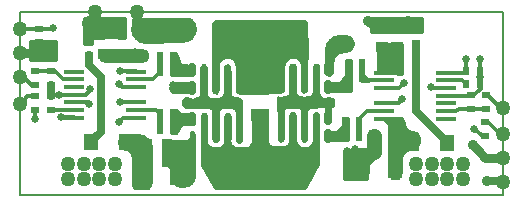
<source format=gbr>
G04 #@! TF.GenerationSoftware,KiCad,Pcbnew,(5.1.9)-1*
G04 #@! TF.CreationDate,2021-10-23T14:42:36-07:00*
G04 #@! TF.ProjectId,Buffer - Rev D,42756666-6572-4202-9d20-52657620442e,rev?*
G04 #@! TF.SameCoordinates,Original*
G04 #@! TF.FileFunction,Copper,L1,Top*
G04 #@! TF.FilePolarity,Positive*
%FSLAX46Y46*%
G04 Gerber Fmt 4.6, Leading zero omitted, Abs format (unit mm)*
G04 Created by KiCad (PCBNEW (5.1.9)-1) date 2021-10-23 14:42:36*
%MOMM*%
%LPD*%
G01*
G04 APERTURE LIST*
G04 #@! TA.AperFunction,Profile*
%ADD10C,0.200000*%
G04 #@! TD*
G04 #@! TA.AperFunction,SMDPad,CuDef*
%ADD11R,1.750000X0.300000*%
G04 #@! TD*
G04 #@! TA.AperFunction,SMDPad,CuDef*
%ADD12R,1.300000X1.400000*%
G04 #@! TD*
G04 #@! TA.AperFunction,ComponentPad*
%ADD13C,1.270000*%
G04 #@! TD*
G04 #@! TA.AperFunction,SMDPad,CuDef*
%ADD14R,1.000000X0.889000*%
G04 #@! TD*
G04 #@! TA.AperFunction,SMDPad,CuDef*
%ADD15R,0.711000X0.508000*%
G04 #@! TD*
G04 #@! TA.AperFunction,SMDPad,CuDef*
%ADD16R,1.500000X1.016000*%
G04 #@! TD*
G04 #@! TA.AperFunction,SMDPad,CuDef*
%ADD17R,1.193800X1.193800*%
G04 #@! TD*
G04 #@! TA.AperFunction,SMDPad,CuDef*
%ADD18R,0.889000X1.000000*%
G04 #@! TD*
G04 #@! TA.AperFunction,SMDPad,CuDef*
%ADD19R,0.508000X0.711000*%
G04 #@! TD*
G04 #@! TA.AperFunction,SMDPad,CuDef*
%ADD20C,0.400000*%
G04 #@! TD*
G04 #@! TA.AperFunction,ViaPad*
%ADD21C,0.635000*%
G04 #@! TD*
G04 #@! TA.AperFunction,ViaPad*
%ADD22C,0.889000*%
G04 #@! TD*
G04 #@! TA.AperFunction,Conductor*
%ADD23C,0.330200*%
G04 #@! TD*
G04 #@! TA.AperFunction,Conductor*
%ADD24C,0.635000*%
G04 #@! TD*
G04 #@! TA.AperFunction,Conductor*
%ADD25C,0.508000*%
G04 #@! TD*
G04 #@! TA.AperFunction,Conductor*
%ADD26C,0.762000*%
G04 #@! TD*
G04 #@! TA.AperFunction,Conductor*
%ADD27C,1.270000*%
G04 #@! TD*
G04 #@! TA.AperFunction,Conductor*
%ADD28C,0.152400*%
G04 #@! TD*
G04 #@! TA.AperFunction,Conductor*
%ADD29C,0.254000*%
G04 #@! TD*
G04 #@! TA.AperFunction,Conductor*
%ADD30C,0.500000*%
G04 #@! TD*
G04 APERTURE END LIST*
D10*
X126959360Y-92776040D02*
X126959360Y-108270040D01*
X167853360Y-92776040D02*
X126959360Y-92776040D01*
X167853360Y-108270040D02*
X167853360Y-92776040D01*
X126959360Y-108270040D02*
X167853360Y-108270040D01*
D11*
X136813360Y-97820040D03*
X131563360Y-97820040D03*
X131563360Y-98470040D03*
X131563360Y-99120040D03*
X131563360Y-99770040D03*
X131563360Y-100420040D03*
X131563360Y-101070040D03*
X131563360Y-101720040D03*
X136813360Y-98470040D03*
X136813360Y-99120040D03*
X136813360Y-100420040D03*
X136813360Y-101070040D03*
X136813360Y-101720040D03*
X157809660Y-101801840D03*
X163059660Y-101801840D03*
X163059660Y-101151840D03*
X163059660Y-100501840D03*
X163059660Y-99851840D03*
X163059660Y-99201840D03*
X163059660Y-98551840D03*
X163059660Y-97901840D03*
X157809660Y-101151840D03*
X157809660Y-100501840D03*
X157809660Y-99201840D03*
X157809660Y-98551840D03*
X157809660Y-97901840D03*
D12*
X133002360Y-103761540D03*
X135902360Y-103761540D03*
X163080360Y-103825040D03*
X160180360Y-103825040D03*
D13*
X148055560Y-95970040D03*
X146709360Y-95970040D03*
D14*
X157652545Y-94016099D03*
X157652545Y-95716099D03*
X135468360Y-96293040D03*
X135468360Y-94593040D03*
X158922545Y-94016099D03*
X158922545Y-95716099D03*
X134071360Y-96293040D03*
X134071360Y-94593040D03*
D15*
X128259360Y-99903040D03*
X128259360Y-101037040D03*
X166329360Y-103249040D03*
X166329360Y-102115040D03*
D16*
X147266660Y-99274340D03*
X147266660Y-101492340D03*
D17*
X140297360Y-106809540D03*
X137500360Y-106809540D03*
X155912360Y-106238040D03*
X158709360Y-106238040D03*
D13*
X136865360Y-92776040D03*
X145374360Y-95935140D03*
X145374360Y-94665140D03*
X149374860Y-95935140D03*
X148041360Y-94665140D03*
X149374860Y-94665140D03*
X146707860Y-94665140D03*
X148041360Y-106873040D03*
X149374860Y-106873040D03*
X135023860Y-106873040D03*
X164487860Y-106949240D03*
X163154360Y-106873040D03*
X160487360Y-105603040D03*
X160487360Y-106873040D03*
X163154360Y-105603040D03*
X161820860Y-105603040D03*
X161820860Y-106873040D03*
X164487860Y-105603040D03*
X167853360Y-100904040D03*
X146707860Y-106873040D03*
X145374360Y-106873040D03*
X149374860Y-105603040D03*
X148041360Y-105603040D03*
X146707860Y-105603040D03*
X145374360Y-105603040D03*
X133690360Y-105603040D03*
X132356860Y-105603040D03*
X135023860Y-105603040D03*
X133690360Y-106873040D03*
X132356860Y-106873040D03*
X131023360Y-105603040D03*
X131023360Y-106873040D03*
X133309360Y-92776040D03*
X126959360Y-94173040D03*
X167853360Y-105095040D03*
X167853360Y-103063040D03*
X126959360Y-100539040D03*
X167853360Y-107127040D03*
X126959360Y-96205040D03*
X126959360Y-98237040D03*
D15*
X128559360Y-95337040D03*
X128559360Y-94203040D03*
X129559360Y-97797040D03*
X129559360Y-98931040D03*
D18*
X139418921Y-104010794D03*
X137718921Y-104010794D03*
X139405053Y-105349040D03*
X137705053Y-105349040D03*
X156894160Y-103291640D03*
X158594160Y-103291640D03*
X156894160Y-104637840D03*
X158594160Y-104637840D03*
D15*
X165186360Y-99829040D03*
X165186360Y-100963040D03*
D19*
X165880360Y-97729040D03*
X164746360Y-97729040D03*
X139926360Y-97870040D03*
X138792360Y-97870040D03*
X139926360Y-102743040D03*
X138792360Y-102743040D03*
X154492360Y-103370040D03*
X155626360Y-103370040D03*
X154792360Y-98370040D03*
X155926360Y-98370040D03*
D20*
X145520553Y-103569998D03*
X144520553Y-103569998D03*
X143520553Y-103569998D03*
X142520553Y-103569998D03*
X141520553Y-103569998D03*
X145520553Y-103069998D03*
X144520553Y-103069998D03*
X143520553Y-103069998D03*
X142520553Y-103069998D03*
X141520553Y-103069998D03*
X145520553Y-102569998D03*
X144520553Y-102569998D03*
X143520553Y-102569998D03*
X142520553Y-102569998D03*
X145520553Y-102069998D03*
X144520553Y-102069998D03*
X143520553Y-102069998D03*
X142520553Y-102069998D03*
X141520553Y-102069998D03*
X145520553Y-101569998D03*
X144520553Y-101569998D03*
X143520553Y-101569998D03*
X142520553Y-101569998D03*
X141520553Y-101569998D03*
X145507853Y-99447698D03*
X144507853Y-99447698D03*
X143507853Y-99447698D03*
X142507853Y-99447698D03*
X141507853Y-99447698D03*
X145507853Y-98947698D03*
X144507853Y-98947698D03*
X143507853Y-98947698D03*
X142507853Y-98947698D03*
X141507853Y-98947698D03*
X145507853Y-98447698D03*
X144507853Y-98447698D03*
X143507853Y-98447698D03*
X142507853Y-98447698D03*
X145507853Y-97947698D03*
X144507853Y-97947698D03*
X143507853Y-97947698D03*
X142507853Y-97947698D03*
X141507853Y-97947698D03*
X145507853Y-97447698D03*
X144507853Y-97447698D03*
X143507853Y-97447698D03*
X142507853Y-97447698D03*
X141507853Y-97447698D03*
X149038560Y-101506498D03*
X150038560Y-101506498D03*
X151038560Y-101506498D03*
X152038560Y-101506498D03*
X153038560Y-101506498D03*
X149038560Y-102006498D03*
X150038560Y-102006498D03*
X151038560Y-102006498D03*
X152038560Y-102006498D03*
X153038560Y-102006498D03*
X149038560Y-102506498D03*
X150038560Y-102506498D03*
X151038560Y-102506498D03*
X152038560Y-102506498D03*
X149038560Y-103006498D03*
X150038560Y-103006498D03*
X151038560Y-103006498D03*
X152038560Y-103006498D03*
X153038560Y-103006498D03*
X149038560Y-103506498D03*
X150038560Y-103506498D03*
X151038560Y-103506498D03*
X152038560Y-103506498D03*
X153038560Y-103506498D03*
X149027153Y-97384198D03*
X150027153Y-97384198D03*
X151027153Y-97384198D03*
X152027153Y-97384198D03*
X153027153Y-97384198D03*
X149027153Y-97884198D03*
X150027153Y-97884198D03*
X151027153Y-97884198D03*
X152027153Y-97884198D03*
X153027153Y-97884198D03*
X149027153Y-98384198D03*
X150027153Y-98384198D03*
X151027153Y-98384198D03*
X152027153Y-98384198D03*
X149027153Y-98884198D03*
X150027153Y-98884198D03*
X151027153Y-98884198D03*
X152027153Y-98884198D03*
X153027153Y-98884198D03*
X149027153Y-99384198D03*
X150027153Y-99384198D03*
X151027153Y-99384198D03*
X152027153Y-99384198D03*
X153027153Y-99384198D03*
D19*
X165880360Y-98872040D03*
X164746360Y-98872040D03*
D15*
X128259360Y-98931040D03*
X128259360Y-97797040D03*
X129559360Y-99903040D03*
X129559360Y-101037040D03*
X132801360Y-95257040D03*
X132801360Y-96391040D03*
D19*
X138792360Y-96470040D03*
X139926360Y-96470040D03*
X138792360Y-101343040D03*
X139926360Y-101343040D03*
X154492360Y-101970040D03*
X155626360Y-101970040D03*
X154792360Y-97070040D03*
X155926360Y-97070040D03*
D15*
X160487360Y-94241040D03*
X160487360Y-95375040D03*
X166456360Y-100963040D03*
X166456360Y-99829040D03*
D21*
X165872160Y-96738440D03*
X130235960Y-99770040D03*
X129559360Y-99456240D03*
X165880360Y-98313240D03*
D22*
X165287960Y-104053640D03*
D21*
X128610360Y-96078040D03*
X129753360Y-96586040D03*
X128991360Y-96586040D03*
X129372360Y-96078040D03*
X132908280Y-99253040D03*
X136839960Y-106517440D03*
X136814560Y-107482640D03*
X135442960Y-100396040D03*
D22*
X150225760Y-100396040D03*
X153121360Y-100396040D03*
X152156160Y-100396040D03*
X151190960Y-100396040D03*
X149260560Y-100396040D03*
D21*
X155343860Y-104396540D03*
X154683460Y-104561640D03*
X159344360Y-100142040D03*
X154632660Y-105260140D03*
D22*
X166507160Y-107076240D03*
D21*
X129727960Y-94147640D03*
X130413760Y-101691440D03*
X164754560Y-96763840D03*
D22*
X159776160Y-93525340D03*
D21*
X135392160Y-97805240D03*
X135097520Y-94294960D03*
X134777480Y-93746320D03*
X134447280Y-94294960D03*
D22*
X156459360Y-93520040D03*
D21*
X159471360Y-98745040D03*
D22*
X143278860Y-100446840D03*
X141348460Y-100446840D03*
X145209260Y-100446840D03*
X144244060Y-100446840D03*
X142313660Y-100446840D03*
D21*
X140815060Y-105285540D03*
X141437360Y-105501440D03*
X140903960Y-105958640D03*
X135366762Y-102072440D03*
X139459275Y-94363540D03*
X140116560Y-94350840D03*
X140776960Y-94350840D03*
X157652545Y-96478099D03*
X158455360Y-96478099D03*
X154073860Y-95062040D03*
X154391360Y-95697040D03*
X153438860Y-95316040D03*
X135341360Y-98872040D03*
X140573760Y-99011740D03*
X139913360Y-98986340D03*
X138808460Y-94350840D03*
X138160760Y-94350840D03*
X136700260Y-96192340D03*
X137220960Y-96687640D03*
X128229360Y-101793040D03*
X132801357Y-100523037D03*
X165440360Y-102682040D03*
X161757360Y-99126040D03*
D23*
X129660860Y-98931040D02*
X129559360Y-99456240D01*
X129559360Y-98931040D02*
X129660860Y-98931040D01*
D24*
X129559360Y-98931040D02*
X129559360Y-99903039D01*
D25*
X165880360Y-97729040D02*
X165880360Y-98313240D01*
D23*
X165872160Y-97720840D02*
X165880360Y-97729040D01*
X165872160Y-96738440D02*
X165872160Y-97720840D01*
X165163560Y-99851840D02*
X165186360Y-99829040D01*
X163059660Y-99851840D02*
X164424360Y-99851840D01*
X165186360Y-99829040D02*
X165270760Y-99829040D01*
X165186360Y-99829040D02*
X165397760Y-99829040D01*
X165880360Y-99346440D02*
X165643560Y-99583240D01*
X165880360Y-98872040D02*
X165880360Y-99346440D01*
X165397760Y-99829040D02*
X165643560Y-99583240D01*
X165643560Y-99583240D02*
X165973760Y-99253040D01*
X164424360Y-99851840D02*
X165163560Y-99851840D01*
X130049160Y-99770040D02*
X130235960Y-99770040D01*
X130235960Y-99770040D02*
X131563360Y-99770040D01*
X129559360Y-99456240D02*
X129728860Y-98999040D01*
D25*
X165880360Y-98313240D02*
X165880360Y-98872040D01*
D26*
X166329360Y-105095040D02*
X165732459Y-104498139D01*
X165732459Y-104498139D02*
X165287960Y-104053640D01*
X167219950Y-105095040D02*
X166329360Y-105095040D01*
D23*
X129559360Y-99903039D02*
X129726767Y-99735632D01*
D26*
X127981755Y-96332040D02*
X127592770Y-96205040D01*
X128610372Y-96332040D02*
X127981755Y-96332040D01*
X128559360Y-96281028D02*
X128610372Y-96332040D01*
X127981755Y-96332040D02*
X128737359Y-96332040D01*
X128610372Y-96332040D02*
X128737359Y-96332040D01*
X128737359Y-96332040D02*
X128864360Y-96459041D01*
X128864360Y-96459041D02*
X128864360Y-96459050D01*
D23*
X132908280Y-99400120D02*
X132908280Y-99253040D01*
X131563360Y-99770040D02*
X132538360Y-99770040D01*
X132538360Y-99770040D02*
X132908280Y-99400120D01*
X136812960Y-100421440D02*
X136813360Y-100421840D01*
X135493760Y-103352940D02*
X135902360Y-103761540D01*
X135466960Y-100420040D02*
X135442960Y-100396040D01*
X136813360Y-100420040D02*
X135466960Y-100420040D01*
X133002360Y-104015540D02*
X133002360Y-103965540D01*
D24*
X133002360Y-103711540D02*
X133002360Y-103761540D01*
X133817360Y-102896540D02*
X133002360Y-103711540D01*
X133817360Y-98296040D02*
X133817360Y-102896540D01*
X132801360Y-96391040D02*
X132801360Y-97280040D01*
X132801360Y-97280040D02*
X133817360Y-98296040D01*
X141520553Y-101569998D02*
X141520553Y-102069998D01*
X163080360Y-103775040D02*
X163080360Y-103825040D01*
X160487360Y-95443040D02*
X160487360Y-101182040D01*
X160487360Y-101182040D02*
X163080360Y-103775040D01*
D26*
X156690960Y-104841040D02*
X156169360Y-105196640D01*
D24*
X153038560Y-101506498D02*
X153038560Y-102006498D01*
D27*
X156894160Y-103291640D02*
X156894160Y-104637840D01*
D23*
X156690960Y-104841040D02*
X157070071Y-104908496D01*
X156166360Y-105365640D02*
X156690960Y-104841040D01*
X156166360Y-105365640D02*
X156166360Y-105365640D01*
D27*
X156728160Y-104637840D02*
X156169360Y-105196640D01*
X156894160Y-104637840D02*
X156728160Y-104637840D01*
X155912360Y-105453640D02*
X156169360Y-105196640D01*
X155912360Y-106238040D02*
X155912360Y-105453640D01*
D23*
X159014860Y-100501840D02*
X159344360Y-100172340D01*
X159344360Y-100172340D02*
X159344360Y-100142040D01*
X157809660Y-100501840D02*
X159014860Y-100501840D01*
D26*
X156169360Y-105196640D02*
X156894160Y-104637840D01*
D23*
X127385070Y-94164840D02*
X127376870Y-94173040D01*
D28*
X127317970Y-94203040D02*
X127287970Y-94173040D01*
D23*
X128559360Y-94203040D02*
X127317970Y-94203040D01*
X129672560Y-94203040D02*
X129727960Y-94147640D01*
X128559360Y-94203040D02*
X129672560Y-94203040D01*
X131534760Y-101691440D02*
X131563360Y-101720040D01*
X130413760Y-101691440D02*
X131534760Y-101691440D01*
X164754560Y-97720840D02*
X164746360Y-97729040D01*
X164754560Y-96763840D02*
X164754560Y-97720840D01*
X164573560Y-97901840D02*
X164746360Y-97729040D01*
X163059660Y-97901840D02*
X164573560Y-97901840D01*
D24*
X166507160Y-107076240D02*
X167283450Y-107076240D01*
D23*
X157185360Y-93538040D02*
X157185360Y-93538040D01*
D26*
X135468360Y-94593040D02*
X134630160Y-94593040D01*
D27*
X133309360Y-93792040D02*
X133309360Y-93663450D01*
X132870950Y-93663450D02*
X133309360Y-93663450D01*
X132801360Y-93733040D02*
X132870950Y-93663450D01*
D23*
X136798560Y-97805240D02*
X136813360Y-97820040D01*
X135392160Y-97805240D02*
X136798560Y-97805240D01*
D26*
X134630160Y-94593040D02*
X134071360Y-94593040D01*
D23*
X157185360Y-93538046D02*
X157312354Y-93665040D01*
X157185360Y-93411040D02*
X157185360Y-93538046D01*
D26*
X156955419Y-94016099D02*
X156903859Y-93964539D01*
X156903859Y-93964539D02*
X156459360Y-93520040D01*
X157652545Y-94016099D02*
X156955419Y-94016099D01*
D23*
X159014860Y-99201840D02*
X159471360Y-98745340D01*
X159471360Y-98745340D02*
X159471360Y-98745040D01*
X157809660Y-99201840D02*
X159014860Y-99201840D01*
X136813360Y-101721840D02*
X135717362Y-101721840D01*
X135684261Y-101754941D02*
X135366762Y-102072440D01*
X135717362Y-101721840D02*
X135684261Y-101754941D01*
X128259360Y-98931040D02*
X127907360Y-98931040D01*
X127376870Y-98400550D02*
X127376870Y-98237040D01*
X127907360Y-98931040D02*
X127376870Y-98400550D01*
D24*
X141507853Y-97447698D02*
X141507853Y-97947698D01*
D25*
X154492360Y-101970040D02*
X154492360Y-103370040D01*
D24*
X153038560Y-103006498D02*
X153038560Y-103506498D01*
D23*
X158594160Y-102586340D02*
X157809660Y-101801840D01*
X158594160Y-103291640D02*
X158594160Y-102586340D01*
D25*
X138792360Y-101343040D02*
X138792360Y-102743040D01*
D23*
X138519360Y-101070040D02*
X138792360Y-101343040D01*
X136813360Y-101070040D02*
X138519360Y-101070040D01*
X138190560Y-98471840D02*
X138792360Y-97870040D01*
X136813360Y-98471840D02*
X138190560Y-98471840D01*
D25*
X138792360Y-96470040D02*
X138792360Y-97870040D01*
D23*
X157809660Y-101151840D02*
X156576418Y-101151840D01*
X156347918Y-101151840D02*
X157809660Y-101151840D01*
X155593360Y-102007898D02*
X155593360Y-101906398D01*
X155593360Y-101906398D02*
X156347918Y-101151840D01*
D25*
X155626360Y-101970040D02*
X155626360Y-103370040D01*
D23*
X155847360Y-97157540D02*
X155910860Y-97094040D01*
X156035160Y-98551840D02*
X155847360Y-98364040D01*
X157809660Y-98551840D02*
X156035160Y-98551840D01*
D25*
X155910860Y-97094040D02*
X155910860Y-98300540D01*
D24*
X141507853Y-98947698D02*
X141507853Y-99447698D01*
X153027153Y-97384198D02*
X153027153Y-97884198D01*
D26*
X134071360Y-96293040D02*
X135468360Y-96293040D01*
X157652545Y-96478099D02*
X157652545Y-96478099D01*
D23*
X157809660Y-96635214D02*
X157652545Y-96478099D01*
D26*
X135468360Y-96293040D02*
X135523860Y-96293040D01*
X136794240Y-93632588D02*
X136794240Y-94081600D01*
X136794240Y-93480570D02*
X136794240Y-93632588D01*
X136865360Y-93409450D02*
X136794240Y-93480570D01*
X136794240Y-94530612D02*
X136794240Y-94081600D01*
X136853228Y-94589600D02*
X136794240Y-94530612D01*
X136865360Y-94589600D02*
X136853228Y-94589600D01*
X158201360Y-96478099D02*
X158455360Y-96478099D01*
X157652545Y-96478099D02*
X158201360Y-96478099D01*
D25*
X158455360Y-96478099D02*
X158455360Y-97256140D01*
D23*
X135589360Y-99120040D02*
X135341360Y-98872040D01*
X136813360Y-99120040D02*
X135589360Y-99120040D01*
D26*
X135468360Y-96293040D02*
X135468360Y-96293040D01*
D23*
X166557860Y-99829040D02*
X167435850Y-100707030D01*
X166456360Y-99829040D02*
X166557860Y-99829040D01*
X128259360Y-101037040D02*
X128259360Y-101763040D01*
X128259360Y-101763040D02*
X128229360Y-101793040D01*
X131563360Y-100420040D02*
X132768560Y-100420040D01*
X132801357Y-100452837D02*
X132801357Y-100523037D01*
X132768560Y-100420040D02*
X132801357Y-100452837D01*
X129948360Y-97797040D02*
X129559360Y-97797040D01*
X131563360Y-98470040D02*
X130621360Y-98470040D01*
X130621360Y-98470040D02*
X129948360Y-97797040D01*
X128259360Y-97797040D02*
X129559360Y-97797040D01*
X131530361Y-101037041D02*
X131563360Y-101070040D01*
X129559360Y-101037041D02*
X131530361Y-101037041D01*
X165186360Y-100963040D02*
X166456360Y-100963040D01*
X164105160Y-100963040D02*
X163916360Y-101151840D01*
X165186360Y-100963040D02*
X164105160Y-100963040D01*
X163059660Y-101151840D02*
X163916360Y-101151840D01*
X166329360Y-103249040D02*
X166134360Y-103249040D01*
X166134360Y-103249040D02*
X165440360Y-102682040D01*
X165567360Y-102682040D02*
X165440360Y-102682040D01*
X165440360Y-102682040D02*
X165567360Y-102682040D01*
X161833160Y-99201840D02*
X161757360Y-99126040D01*
X163059660Y-99201840D02*
X161833160Y-99201840D01*
X166329360Y-102115040D02*
X166600560Y-102115040D01*
X166600560Y-102115040D02*
X167435850Y-102950330D01*
X128157860Y-99903040D02*
X128142860Y-99888040D01*
X128259360Y-99903040D02*
X128157860Y-99903040D01*
X128142860Y-99888040D02*
X127594360Y-99888040D01*
X127376870Y-100121530D02*
X127376870Y-100539040D01*
X127594360Y-99904040D02*
X127376870Y-100121530D01*
X127594360Y-99888040D02*
X127594360Y-99904040D01*
X164426160Y-98551840D02*
X163059660Y-98551840D01*
X164746360Y-98872040D02*
X164426160Y-98551840D01*
D24*
X153027153Y-98884198D02*
X153027153Y-99384198D01*
D29*
X147790017Y-101182475D02*
X147853912Y-101333844D01*
X147875215Y-103709067D01*
X147877877Y-103733821D01*
X147883457Y-103752947D01*
X147961357Y-103958436D01*
X147972421Y-103980738D01*
X147984275Y-103996751D01*
X148066500Y-104091311D01*
X148084599Y-104108406D01*
X148109678Y-104123546D01*
X148349266Y-104232709D01*
X148372825Y-104240762D01*
X148401923Y-104244140D01*
X149286334Y-104244140D01*
X149311110Y-104241700D01*
X149337367Y-104233435D01*
X149571025Y-104130900D01*
X149592733Y-104118710D01*
X149613455Y-104100591D01*
X149727381Y-103976759D01*
X149742360Y-103956873D01*
X149752237Y-103936920D01*
X149836079Y-103721954D01*
X149842809Y-103697985D01*
X149844760Y-103675807D01*
X149844760Y-103483158D01*
X149844759Y-103482721D01*
X149844752Y-103480685D01*
X149844750Y-103480308D01*
X149832451Y-101561594D01*
X149846005Y-101494471D01*
X149852215Y-101479979D01*
X149863642Y-101456683D01*
X149884285Y-101419526D01*
X149929877Y-101368459D01*
X149986567Y-101340664D01*
X150062444Y-101337093D01*
X150129132Y-101366909D01*
X150181646Y-101422421D01*
X150185089Y-101427587D01*
X150209525Y-101493266D01*
X150211063Y-101505567D01*
X150213024Y-101537456D01*
X150210119Y-103481128D01*
X150210120Y-103481881D01*
X150210137Y-103485714D01*
X150210143Y-103486495D01*
X150211727Y-103636181D01*
X150214429Y-103660930D01*
X150221271Y-103683156D01*
X150310820Y-103900824D01*
X150322503Y-103922809D01*
X150337096Y-103940916D01*
X150561737Y-104172577D01*
X150580737Y-104188665D01*
X150603408Y-104201121D01*
X150831341Y-104297595D01*
X150855109Y-104305005D01*
X150880843Y-104307640D01*
X151231003Y-104307640D01*
X151255779Y-104305200D01*
X151285388Y-104295406D01*
X151531120Y-104178959D01*
X151552465Y-104166144D01*
X151575028Y-104144614D01*
X151756233Y-103923141D01*
X151770033Y-103902420D01*
X151776499Y-103888249D01*
X151847908Y-103702298D01*
X151854512Y-103678293D01*
X151856205Y-103662810D01*
X151863557Y-103508428D01*
X151863665Y-103505405D01*
X151864024Y-103490303D01*
X151864060Y-103487285D01*
X151864060Y-102013010D01*
X151864050Y-102011387D01*
X151863946Y-102003248D01*
X151863914Y-102001616D01*
X151852751Y-101566266D01*
X151861437Y-101497875D01*
X151882024Y-101448176D01*
X151890885Y-101432226D01*
X151936477Y-101381159D01*
X151993167Y-101353364D01*
X152069044Y-101349793D01*
X152135732Y-101379609D01*
X152188246Y-101435121D01*
X152191689Y-101440287D01*
X152216125Y-101505966D01*
X152217625Y-101517964D01*
X152219585Y-101550265D01*
X152207244Y-105511832D01*
X152179554Y-105626160D01*
X151114015Y-107712840D01*
X143596543Y-107712840D01*
X143472386Y-107639999D01*
X142385558Y-105754686D01*
X142351760Y-105628382D01*
X142351760Y-102076343D01*
X142351750Y-102074720D01*
X142351646Y-102066581D01*
X142351614Y-102064949D01*
X142340451Y-101629599D01*
X142349137Y-101561208D01*
X142369724Y-101511509D01*
X142378585Y-101495559D01*
X142424177Y-101444492D01*
X142480867Y-101416697D01*
X142556744Y-101413126D01*
X142623432Y-101442942D01*
X142675946Y-101498454D01*
X142679389Y-101503620D01*
X142703825Y-101569299D01*
X142705397Y-101581878D01*
X142707360Y-101613397D01*
X142707360Y-103496215D01*
X142707441Y-103500743D01*
X142708248Y-103523364D01*
X142708490Y-103527885D01*
X142724907Y-103757719D01*
X142729106Y-103782258D01*
X142735526Y-103800241D01*
X142823178Y-103997499D01*
X142835469Y-104019150D01*
X142847620Y-104033880D01*
X142979228Y-104170971D01*
X142998147Y-104187154D01*
X143021049Y-104199850D01*
X143250089Y-104297471D01*
X143273838Y-104304940D01*
X143299884Y-104307640D01*
X143782489Y-104307640D01*
X143807265Y-104305200D01*
X143834968Y-104296290D01*
X144073911Y-104187865D01*
X144095464Y-104175405D01*
X144117009Y-104155845D01*
X144222354Y-104035451D01*
X144236833Y-104015198D01*
X144243203Y-104002556D01*
X144320075Y-103826150D01*
X144327736Y-103802461D01*
X144329975Y-103788483D01*
X144347045Y-103623469D01*
X144347718Y-103609922D01*
X144347587Y-103575210D01*
X144347137Y-103567380D01*
X144347272Y-103567372D01*
X144345530Y-103537637D01*
X144333307Y-101630885D01*
X144342705Y-101562177D01*
X144363624Y-101511676D01*
X144372485Y-101495726D01*
X144418077Y-101444659D01*
X144474767Y-101416864D01*
X144550644Y-101413293D01*
X144617332Y-101443109D01*
X144669846Y-101498621D01*
X144673289Y-101503787D01*
X144697725Y-101569466D01*
X144699297Y-101582045D01*
X144701260Y-101613564D01*
X144701260Y-103511834D01*
X144699706Y-103539898D01*
X144694318Y-103588390D01*
X144693541Y-103602165D01*
X144693406Y-103671050D01*
X144694129Y-103684828D01*
X144707032Y-103805258D01*
X144713129Y-103832786D01*
X144758421Y-103965363D01*
X144770440Y-103990866D01*
X144844137Y-104110625D01*
X144859201Y-104130447D01*
X144877842Y-104146950D01*
X144889777Y-104154609D01*
X145156906Y-104305691D01*
X145179673Y-104315765D01*
X145203968Y-104321203D01*
X145218118Y-104322140D01*
X146105948Y-104331293D01*
X146130748Y-104329109D01*
X146165719Y-104317044D01*
X146430362Y-104179816D01*
X146451234Y-104166244D01*
X146476448Y-104139174D01*
X146578919Y-103990591D01*
X146590977Y-103968809D01*
X146595544Y-103956518D01*
X146651671Y-103777680D01*
X146656761Y-103753310D01*
X146657497Y-103740218D01*
X146668236Y-101334776D01*
X146731780Y-101182807D01*
X146884035Y-101119940D01*
X147638082Y-101119940D01*
X147790017Y-101182475D01*
G04 #@! TA.AperFunction,Conductor*
D30*
G36*
X147790017Y-101182475D02*
G01*
X147853912Y-101333844D01*
X147875215Y-103709067D01*
X147877877Y-103733821D01*
X147883457Y-103752947D01*
X147961357Y-103958436D01*
X147972421Y-103980738D01*
X147984275Y-103996751D01*
X148066500Y-104091311D01*
X148084599Y-104108406D01*
X148109678Y-104123546D01*
X148349266Y-104232709D01*
X148372825Y-104240762D01*
X148401923Y-104244140D01*
X149286334Y-104244140D01*
X149311110Y-104241700D01*
X149337367Y-104233435D01*
X149571025Y-104130900D01*
X149592733Y-104118710D01*
X149613455Y-104100591D01*
X149727381Y-103976759D01*
X149742360Y-103956873D01*
X149752237Y-103936920D01*
X149836079Y-103721954D01*
X149842809Y-103697985D01*
X149844760Y-103675807D01*
X149844760Y-103483158D01*
X149844759Y-103482721D01*
X149844752Y-103480685D01*
X149844750Y-103480308D01*
X149832451Y-101561594D01*
X149846005Y-101494471D01*
X149852215Y-101479979D01*
X149863642Y-101456683D01*
X149884285Y-101419526D01*
X149929877Y-101368459D01*
X149986567Y-101340664D01*
X150062444Y-101337093D01*
X150129132Y-101366909D01*
X150181646Y-101422421D01*
X150185089Y-101427587D01*
X150209525Y-101493266D01*
X150211063Y-101505567D01*
X150213024Y-101537456D01*
X150210119Y-103481128D01*
X150210120Y-103481881D01*
X150210137Y-103485714D01*
X150210143Y-103486495D01*
X150211727Y-103636181D01*
X150214429Y-103660930D01*
X150221271Y-103683156D01*
X150310820Y-103900824D01*
X150322503Y-103922809D01*
X150337096Y-103940916D01*
X150561737Y-104172577D01*
X150580737Y-104188665D01*
X150603408Y-104201121D01*
X150831341Y-104297595D01*
X150855109Y-104305005D01*
X150880843Y-104307640D01*
X151231003Y-104307640D01*
X151255779Y-104305200D01*
X151285388Y-104295406D01*
X151531120Y-104178959D01*
X151552465Y-104166144D01*
X151575028Y-104144614D01*
X151756233Y-103923141D01*
X151770033Y-103902420D01*
X151776499Y-103888249D01*
X151847908Y-103702298D01*
X151854512Y-103678293D01*
X151856205Y-103662810D01*
X151863557Y-103508428D01*
X151863665Y-103505405D01*
X151864024Y-103490303D01*
X151864060Y-103487285D01*
X151864060Y-102013010D01*
X151864050Y-102011387D01*
X151863946Y-102003248D01*
X151863914Y-102001616D01*
X151852751Y-101566266D01*
X151861437Y-101497875D01*
X151882024Y-101448176D01*
X151890885Y-101432226D01*
X151936477Y-101381159D01*
X151993167Y-101353364D01*
X152069044Y-101349793D01*
X152135732Y-101379609D01*
X152188246Y-101435121D01*
X152191689Y-101440287D01*
X152216125Y-101505966D01*
X152217625Y-101517964D01*
X152219585Y-101550265D01*
X152207244Y-105511832D01*
X152179554Y-105626160D01*
X151114015Y-107712840D01*
X143596543Y-107712840D01*
X143472386Y-107639999D01*
X142385558Y-105754686D01*
X142351760Y-105628382D01*
X142351760Y-102076343D01*
X142351750Y-102074720D01*
X142351646Y-102066581D01*
X142351614Y-102064949D01*
X142340451Y-101629599D01*
X142349137Y-101561208D01*
X142369724Y-101511509D01*
X142378585Y-101495559D01*
X142424177Y-101444492D01*
X142480867Y-101416697D01*
X142556744Y-101413126D01*
X142623432Y-101442942D01*
X142675946Y-101498454D01*
X142679389Y-101503620D01*
X142703825Y-101569299D01*
X142705397Y-101581878D01*
X142707360Y-101613397D01*
X142707360Y-103496215D01*
X142707441Y-103500743D01*
X142708248Y-103523364D01*
X142708490Y-103527885D01*
X142724907Y-103757719D01*
X142729106Y-103782258D01*
X142735526Y-103800241D01*
X142823178Y-103997499D01*
X142835469Y-104019150D01*
X142847620Y-104033880D01*
X142979228Y-104170971D01*
X142998147Y-104187154D01*
X143021049Y-104199850D01*
X143250089Y-104297471D01*
X143273838Y-104304940D01*
X143299884Y-104307640D01*
X143782489Y-104307640D01*
X143807265Y-104305200D01*
X143834968Y-104296290D01*
X144073911Y-104187865D01*
X144095464Y-104175405D01*
X144117009Y-104155845D01*
X144222354Y-104035451D01*
X144236833Y-104015198D01*
X144243203Y-104002556D01*
X144320075Y-103826150D01*
X144327736Y-103802461D01*
X144329975Y-103788483D01*
X144347045Y-103623469D01*
X144347718Y-103609922D01*
X144347587Y-103575210D01*
X144347137Y-103567380D01*
X144347272Y-103567372D01*
X144345530Y-103537637D01*
X144333307Y-101630885D01*
X144342705Y-101562177D01*
X144363624Y-101511676D01*
X144372485Y-101495726D01*
X144418077Y-101444659D01*
X144474767Y-101416864D01*
X144550644Y-101413293D01*
X144617332Y-101443109D01*
X144669846Y-101498621D01*
X144673289Y-101503787D01*
X144697725Y-101569466D01*
X144699297Y-101582045D01*
X144701260Y-101613564D01*
X144701260Y-103511834D01*
X144699706Y-103539898D01*
X144694318Y-103588390D01*
X144693541Y-103602165D01*
X144693406Y-103671050D01*
X144694129Y-103684828D01*
X144707032Y-103805258D01*
X144713129Y-103832786D01*
X144758421Y-103965363D01*
X144770440Y-103990866D01*
X144844137Y-104110625D01*
X144859201Y-104130447D01*
X144877842Y-104146950D01*
X144889777Y-104154609D01*
X145156906Y-104305691D01*
X145179673Y-104315765D01*
X145203968Y-104321203D01*
X145218118Y-104322140D01*
X146105948Y-104331293D01*
X146130748Y-104329109D01*
X146165719Y-104317044D01*
X146430362Y-104179816D01*
X146451234Y-104166244D01*
X146476448Y-104139174D01*
X146578919Y-103990591D01*
X146590977Y-103968809D01*
X146595544Y-103956518D01*
X146651671Y-103777680D01*
X146656761Y-103753310D01*
X146657497Y-103740218D01*
X146668236Y-101334776D01*
X146731780Y-101182807D01*
X146884035Y-101119940D01*
X147638082Y-101119940D01*
X147790017Y-101182475D01*
G37*
G04 #@! TD.AperFunction*
D29*
X151154298Y-93600917D02*
X151217832Y-93752910D01*
X151227618Y-96024446D01*
X151227615Y-96027330D01*
X151216371Y-97587229D01*
X151216369Y-97587700D01*
X151216361Y-97589988D01*
X151216360Y-97590432D01*
X151216360Y-99333535D01*
X151214806Y-99361594D01*
X151208892Y-99414819D01*
X151199649Y-99456903D01*
X151176604Y-99494190D01*
X151176454Y-99494340D01*
X151102150Y-99494340D01*
X150930794Y-99528425D01*
X150901993Y-99506427D01*
X150881596Y-99478127D01*
X150864711Y-99424074D01*
X150863312Y-99414278D01*
X150860760Y-99378376D01*
X150860760Y-97923411D01*
X150860751Y-97921869D01*
X150860657Y-97914128D01*
X150860628Y-97912573D01*
X150848528Y-97416501D01*
X150848056Y-97408225D01*
X150844345Y-97366952D01*
X150843332Y-97358719D01*
X150799574Y-97078673D01*
X150793338Y-97054570D01*
X150786722Y-97039588D01*
X150692907Y-96859563D01*
X150679293Y-96838718D01*
X150668234Y-96826638D01*
X150516764Y-96681226D01*
X150497200Y-96665828D01*
X150477720Y-96655637D01*
X150265979Y-96567281D01*
X150242173Y-96559992D01*
X150220326Y-96557528D01*
X149963183Y-96550935D01*
X149938352Y-96552739D01*
X149919684Y-96557438D01*
X149714253Y-96626073D01*
X149691526Y-96636239D01*
X149675580Y-96647024D01*
X149483459Y-96799396D01*
X149465563Y-96816704D01*
X149455299Y-96830610D01*
X149343832Y-97005389D01*
X149332567Y-97027591D01*
X149327405Y-97044086D01*
X149221996Y-97484010D01*
X149219377Y-97498703D01*
X149210637Y-97572684D01*
X149209760Y-97587584D01*
X149209760Y-99333535D01*
X149208206Y-99361597D01*
X149200514Y-99430828D01*
X149194476Y-99458315D01*
X149193706Y-99464807D01*
X149193240Y-99464730D01*
X149188316Y-99494340D01*
X149171750Y-99494340D01*
X148997544Y-99528992D01*
X148859380Y-99586221D01*
X145540682Y-99608127D01*
X145472276Y-99579792D01*
X145372287Y-99559903D01*
X145357599Y-99539524D01*
X145342238Y-99487508D01*
X145337814Y-99447694D01*
X145336260Y-99419634D01*
X145336260Y-97958909D01*
X145336250Y-97957286D01*
X145336146Y-97949147D01*
X145336114Y-97947515D01*
X145324110Y-97479367D01*
X145323540Y-97470165D01*
X145319022Y-97424327D01*
X145317785Y-97415194D01*
X145263202Y-97098795D01*
X145256586Y-97074794D01*
X145250253Y-97060890D01*
X145157606Y-96886165D01*
X145143844Y-96865419D01*
X145133497Y-96854179D01*
X144961193Y-96688256D01*
X144941653Y-96672828D01*
X144919078Y-96661352D01*
X144690708Y-96572658D01*
X144666729Y-96565963D01*
X144641475Y-96564085D01*
X144375621Y-96570902D01*
X144350915Y-96573976D01*
X144338756Y-96577364D01*
X144163142Y-96635836D01*
X144140405Y-96645978D01*
X144129761Y-96652763D01*
X143923973Y-96798806D01*
X143905180Y-96815135D01*
X143889544Y-96835442D01*
X143759681Y-97044848D01*
X143748696Y-97067190D01*
X143742165Y-97091974D01*
X143690699Y-97417926D01*
X143689534Y-97427800D01*
X143685649Y-97477318D01*
X143685260Y-97487251D01*
X143685260Y-99384335D01*
X143683706Y-99412394D01*
X143677792Y-99465619D01*
X143668549Y-99507703D01*
X143645504Y-99544990D01*
X143635765Y-99554729D01*
X143614845Y-99573453D01*
X143605000Y-99581330D01*
X143577041Y-99594358D01*
X143541876Y-99579792D01*
X143367670Y-99545140D01*
X143362181Y-99545140D01*
X143350999Y-99529625D01*
X143335638Y-99477609D01*
X143331214Y-99437795D01*
X143329660Y-99409735D01*
X143329660Y-97950060D01*
X143329752Y-97943282D01*
X143342198Y-97482759D01*
X143342232Y-97481045D01*
X143342348Y-97472467D01*
X143342360Y-97470750D01*
X143342360Y-93753803D01*
X143405556Y-93601236D01*
X143558123Y-93538040D01*
X151002035Y-93538040D01*
X151154298Y-93600917D01*
G04 #@! TA.AperFunction,Conductor*
D30*
G36*
X151154298Y-93600917D02*
G01*
X151217832Y-93752910D01*
X151227618Y-96024446D01*
X151227615Y-96027330D01*
X151216371Y-97587229D01*
X151216369Y-97587700D01*
X151216361Y-97589988D01*
X151216360Y-97590432D01*
X151216360Y-99333535D01*
X151214806Y-99361594D01*
X151208892Y-99414819D01*
X151199649Y-99456903D01*
X151176604Y-99494190D01*
X151176454Y-99494340D01*
X151102150Y-99494340D01*
X150930794Y-99528425D01*
X150901993Y-99506427D01*
X150881596Y-99478127D01*
X150864711Y-99424074D01*
X150863312Y-99414278D01*
X150860760Y-99378376D01*
X150860760Y-97923411D01*
X150860751Y-97921869D01*
X150860657Y-97914128D01*
X150860628Y-97912573D01*
X150848528Y-97416501D01*
X150848056Y-97408225D01*
X150844345Y-97366952D01*
X150843332Y-97358719D01*
X150799574Y-97078673D01*
X150793338Y-97054570D01*
X150786722Y-97039588D01*
X150692907Y-96859563D01*
X150679293Y-96838718D01*
X150668234Y-96826638D01*
X150516764Y-96681226D01*
X150497200Y-96665828D01*
X150477720Y-96655637D01*
X150265979Y-96567281D01*
X150242173Y-96559992D01*
X150220326Y-96557528D01*
X149963183Y-96550935D01*
X149938352Y-96552739D01*
X149919684Y-96557438D01*
X149714253Y-96626073D01*
X149691526Y-96636239D01*
X149675580Y-96647024D01*
X149483459Y-96799396D01*
X149465563Y-96816704D01*
X149455299Y-96830610D01*
X149343832Y-97005389D01*
X149332567Y-97027591D01*
X149327405Y-97044086D01*
X149221996Y-97484010D01*
X149219377Y-97498703D01*
X149210637Y-97572684D01*
X149209760Y-97587584D01*
X149209760Y-99333535D01*
X149208206Y-99361597D01*
X149200514Y-99430828D01*
X149194476Y-99458315D01*
X149193706Y-99464807D01*
X149193240Y-99464730D01*
X149188316Y-99494340D01*
X149171750Y-99494340D01*
X148997544Y-99528992D01*
X148859380Y-99586221D01*
X145540682Y-99608127D01*
X145472276Y-99579792D01*
X145372287Y-99559903D01*
X145357599Y-99539524D01*
X145342238Y-99487508D01*
X145337814Y-99447694D01*
X145336260Y-99419634D01*
X145336260Y-97958909D01*
X145336250Y-97957286D01*
X145336146Y-97949147D01*
X145336114Y-97947515D01*
X145324110Y-97479367D01*
X145323540Y-97470165D01*
X145319022Y-97424327D01*
X145317785Y-97415194D01*
X145263202Y-97098795D01*
X145256586Y-97074794D01*
X145250253Y-97060890D01*
X145157606Y-96886165D01*
X145143844Y-96865419D01*
X145133497Y-96854179D01*
X144961193Y-96688256D01*
X144941653Y-96672828D01*
X144919078Y-96661352D01*
X144690708Y-96572658D01*
X144666729Y-96565963D01*
X144641475Y-96564085D01*
X144375621Y-96570902D01*
X144350915Y-96573976D01*
X144338756Y-96577364D01*
X144163142Y-96635836D01*
X144140405Y-96645978D01*
X144129761Y-96652763D01*
X143923973Y-96798806D01*
X143905180Y-96815135D01*
X143889544Y-96835442D01*
X143759681Y-97044848D01*
X143748696Y-97067190D01*
X143742165Y-97091974D01*
X143690699Y-97417926D01*
X143689534Y-97427800D01*
X143685649Y-97477318D01*
X143685260Y-97487251D01*
X143685260Y-99384335D01*
X143683706Y-99412394D01*
X143677792Y-99465619D01*
X143668549Y-99507703D01*
X143645504Y-99544990D01*
X143635765Y-99554729D01*
X143614845Y-99573453D01*
X143605000Y-99581330D01*
X143577041Y-99594358D01*
X143541876Y-99579792D01*
X143367670Y-99545140D01*
X143362181Y-99545140D01*
X143350999Y-99529625D01*
X143335638Y-99477609D01*
X143331214Y-99437795D01*
X143329660Y-99409735D01*
X143329660Y-97950060D01*
X143329752Y-97943282D01*
X143342198Y-97482759D01*
X143342232Y-97481045D01*
X143342348Y-97472467D01*
X143342360Y-97470750D01*
X143342360Y-93753803D01*
X143405556Y-93601236D01*
X143558123Y-93538040D01*
X151002035Y-93538040D01*
X151154298Y-93600917D01*
G37*
G04 #@! TD.AperFunction*
D29*
X142598032Y-97328309D02*
X142650546Y-97383821D01*
X142653989Y-97388987D01*
X142678425Y-97454666D01*
X142679997Y-97467245D01*
X142681960Y-97498764D01*
X142681960Y-99380381D01*
X142681975Y-99382324D01*
X142682124Y-99392062D01*
X142682169Y-99394014D01*
X142690654Y-99670510D01*
X142693853Y-99695200D01*
X142701958Y-99719126D01*
X142803132Y-99941926D01*
X142815598Y-99963476D01*
X142832296Y-99982429D01*
X142845136Y-99994366D01*
X142864943Y-100009448D01*
X142885904Y-100019843D01*
X143106109Y-100104779D01*
X143130104Y-100111419D01*
X143153424Y-100113278D01*
X143796142Y-100105122D01*
X143832104Y-100099447D01*
X144004193Y-100046148D01*
X144037066Y-100030504D01*
X144092256Y-99993711D01*
X144111518Y-99977937D01*
X144133153Y-99949129D01*
X144269841Y-99699997D01*
X144279619Y-99677101D01*
X144285470Y-99641553D01*
X144331455Y-97434285D01*
X144346169Y-97374737D01*
X144382792Y-97338114D01*
X144416339Y-97321340D01*
X144449608Y-97307560D01*
X144461519Y-97303590D01*
X144534600Y-97303590D01*
X144554756Y-97310309D01*
X144577591Y-97319165D01*
X144603596Y-97330723D01*
X144662184Y-97376569D01*
X144690182Y-97455935D01*
X144701223Y-98096265D01*
X144701260Y-98100586D01*
X144701260Y-98848719D01*
X144701263Y-98849574D01*
X144701292Y-98853884D01*
X144701301Y-98854753D01*
X144711724Y-99622592D01*
X144714500Y-99647333D01*
X144722050Y-99671057D01*
X144727801Y-99682736D01*
X144869749Y-99937208D01*
X144883949Y-99957657D01*
X144901867Y-99974943D01*
X144912476Y-99982485D01*
X144974174Y-100021748D01*
X145006851Y-100036538D01*
X145177309Y-100086175D01*
X145212816Y-100091240D01*
X145374461Y-100091240D01*
X145443124Y-100104898D01*
X145496370Y-100104898D01*
X145615964Y-100154436D01*
X145679160Y-100307003D01*
X145679160Y-101126972D01*
X145679180Y-101129235D01*
X145679382Y-101140567D01*
X145679443Y-101142837D01*
X145691698Y-101485961D01*
X145691860Y-101495049D01*
X145691860Y-101614196D01*
X145691861Y-101614622D01*
X145691868Y-101616710D01*
X145691870Y-101617119D01*
X145704415Y-103524117D01*
X145702868Y-103553837D01*
X145697092Y-103605819D01*
X145687849Y-103647903D01*
X145664804Y-103685190D01*
X145655065Y-103694929D01*
X145634145Y-103713653D01*
X145624300Y-103721530D01*
X145594870Y-103735243D01*
X145588445Y-103736528D01*
X145574509Y-103738915D01*
X145546574Y-103742906D01*
X145486694Y-103743431D01*
X145422337Y-103721979D01*
X145390193Y-103697427D01*
X145370299Y-103669825D01*
X145354938Y-103617809D01*
X145350514Y-103577995D01*
X145348960Y-103549935D01*
X145348960Y-102089210D01*
X145348950Y-102087587D01*
X145348846Y-102079448D01*
X145348814Y-102077815D01*
X145337477Y-101635696D01*
X145337365Y-101632703D01*
X145336628Y-101617742D01*
X145336445Y-101614751D01*
X145307251Y-101214539D01*
X145303015Y-101190006D01*
X145294369Y-101167361D01*
X145187775Y-100952387D01*
X145174582Y-100931274D01*
X145158021Y-100913576D01*
X145129304Y-100888237D01*
X145109111Y-100873674D01*
X145090193Y-100864674D01*
X144880128Y-100785248D01*
X144856089Y-100778768D01*
X144835212Y-100777040D01*
X144159673Y-100777040D01*
X144134897Y-100779480D01*
X144111072Y-100786707D01*
X143886565Y-100879701D01*
X143864609Y-100891437D01*
X143845363Y-100907231D01*
X143828151Y-100924443D01*
X143812357Y-100943689D01*
X143800621Y-100965645D01*
X143707627Y-101190152D01*
X143700400Y-101213976D01*
X143697960Y-101238753D01*
X143697960Y-103511835D01*
X143696406Y-103539894D01*
X143690492Y-103593119D01*
X143681249Y-103635203D01*
X143658204Y-103672490D01*
X143648465Y-103682229D01*
X143627545Y-103700953D01*
X143617700Y-103708830D01*
X143588270Y-103722543D01*
X143581845Y-103723828D01*
X143567909Y-103726215D01*
X143539974Y-103730206D01*
X143480094Y-103730731D01*
X143415737Y-103709279D01*
X143383593Y-103684727D01*
X143363699Y-103657125D01*
X143348338Y-103605109D01*
X143343914Y-103565295D01*
X143342360Y-103537235D01*
X143342360Y-102076510D01*
X143342350Y-102074887D01*
X143342246Y-102066748D01*
X143342214Y-102065116D01*
X143330200Y-101596586D01*
X143332199Y-101580850D01*
X143335526Y-101555699D01*
X143336608Y-101537109D01*
X143331620Y-101209603D01*
X143328803Y-101184867D01*
X143320831Y-101160279D01*
X143224400Y-100941682D01*
X143212168Y-100919998D01*
X143195241Y-100900455D01*
X143192474Y-100897851D01*
X143172759Y-100882648D01*
X143152255Y-100872281D01*
X142934652Y-100785985D01*
X142910721Y-100779119D01*
X142887834Y-100777040D01*
X141018123Y-100777040D01*
X140865556Y-100713844D01*
X140802360Y-100561277D01*
X140802360Y-100310426D01*
X140866309Y-100157147D01*
X141020233Y-100094765D01*
X141076084Y-100095335D01*
X141209955Y-100166890D01*
X141355986Y-100211188D01*
X141507853Y-100226146D01*
X141659721Y-100211188D01*
X141805752Y-100166890D01*
X141940336Y-100094954D01*
X141995939Y-100049322D01*
X142045615Y-100033044D01*
X142068400Y-100023010D01*
X142082269Y-100013958D01*
X142128097Y-99979587D01*
X142146454Y-99962769D01*
X142164585Y-99936556D01*
X142291429Y-99692505D01*
X142300690Y-99669395D01*
X142305679Y-99637915D01*
X142313486Y-99388861D01*
X142313522Y-99387451D01*
X142313666Y-99380335D01*
X142313687Y-99378899D01*
X142326306Y-97964259D01*
X142326307Y-97962061D01*
X142326215Y-97951091D01*
X142326177Y-97948901D01*
X142315051Y-97514966D01*
X142323737Y-97446575D01*
X142344324Y-97396876D01*
X142353185Y-97380926D01*
X142398777Y-97329859D01*
X142455467Y-97302064D01*
X142531344Y-97298493D01*
X142598032Y-97328309D01*
G04 #@! TA.AperFunction,Conductor*
D30*
G36*
X142598032Y-97328309D02*
G01*
X142650546Y-97383821D01*
X142653989Y-97388987D01*
X142678425Y-97454666D01*
X142679997Y-97467245D01*
X142681960Y-97498764D01*
X142681960Y-99380381D01*
X142681975Y-99382324D01*
X142682124Y-99392062D01*
X142682169Y-99394014D01*
X142690654Y-99670510D01*
X142693853Y-99695200D01*
X142701958Y-99719126D01*
X142803132Y-99941926D01*
X142815598Y-99963476D01*
X142832296Y-99982429D01*
X142845136Y-99994366D01*
X142864943Y-100009448D01*
X142885904Y-100019843D01*
X143106109Y-100104779D01*
X143130104Y-100111419D01*
X143153424Y-100113278D01*
X143796142Y-100105122D01*
X143832104Y-100099447D01*
X144004193Y-100046148D01*
X144037066Y-100030504D01*
X144092256Y-99993711D01*
X144111518Y-99977937D01*
X144133153Y-99949129D01*
X144269841Y-99699997D01*
X144279619Y-99677101D01*
X144285470Y-99641553D01*
X144331455Y-97434285D01*
X144346169Y-97374737D01*
X144382792Y-97338114D01*
X144416339Y-97321340D01*
X144449608Y-97307560D01*
X144461519Y-97303590D01*
X144534600Y-97303590D01*
X144554756Y-97310309D01*
X144577591Y-97319165D01*
X144603596Y-97330723D01*
X144662184Y-97376569D01*
X144690182Y-97455935D01*
X144701223Y-98096265D01*
X144701260Y-98100586D01*
X144701260Y-98848719D01*
X144701263Y-98849574D01*
X144701292Y-98853884D01*
X144701301Y-98854753D01*
X144711724Y-99622592D01*
X144714500Y-99647333D01*
X144722050Y-99671057D01*
X144727801Y-99682736D01*
X144869749Y-99937208D01*
X144883949Y-99957657D01*
X144901867Y-99974943D01*
X144912476Y-99982485D01*
X144974174Y-100021748D01*
X145006851Y-100036538D01*
X145177309Y-100086175D01*
X145212816Y-100091240D01*
X145374461Y-100091240D01*
X145443124Y-100104898D01*
X145496370Y-100104898D01*
X145615964Y-100154436D01*
X145679160Y-100307003D01*
X145679160Y-101126972D01*
X145679180Y-101129235D01*
X145679382Y-101140567D01*
X145679443Y-101142837D01*
X145691698Y-101485961D01*
X145691860Y-101495049D01*
X145691860Y-101614196D01*
X145691861Y-101614622D01*
X145691868Y-101616710D01*
X145691870Y-101617119D01*
X145704415Y-103524117D01*
X145702868Y-103553837D01*
X145697092Y-103605819D01*
X145687849Y-103647903D01*
X145664804Y-103685190D01*
X145655065Y-103694929D01*
X145634145Y-103713653D01*
X145624300Y-103721530D01*
X145594870Y-103735243D01*
X145588445Y-103736528D01*
X145574509Y-103738915D01*
X145546574Y-103742906D01*
X145486694Y-103743431D01*
X145422337Y-103721979D01*
X145390193Y-103697427D01*
X145370299Y-103669825D01*
X145354938Y-103617809D01*
X145350514Y-103577995D01*
X145348960Y-103549935D01*
X145348960Y-102089210D01*
X145348950Y-102087587D01*
X145348846Y-102079448D01*
X145348814Y-102077815D01*
X145337477Y-101635696D01*
X145337365Y-101632703D01*
X145336628Y-101617742D01*
X145336445Y-101614751D01*
X145307251Y-101214539D01*
X145303015Y-101190006D01*
X145294369Y-101167361D01*
X145187775Y-100952387D01*
X145174582Y-100931274D01*
X145158021Y-100913576D01*
X145129304Y-100888237D01*
X145109111Y-100873674D01*
X145090193Y-100864674D01*
X144880128Y-100785248D01*
X144856089Y-100778768D01*
X144835212Y-100777040D01*
X144159673Y-100777040D01*
X144134897Y-100779480D01*
X144111072Y-100786707D01*
X143886565Y-100879701D01*
X143864609Y-100891437D01*
X143845363Y-100907231D01*
X143828151Y-100924443D01*
X143812357Y-100943689D01*
X143800621Y-100965645D01*
X143707627Y-101190152D01*
X143700400Y-101213976D01*
X143697960Y-101238753D01*
X143697960Y-103511835D01*
X143696406Y-103539894D01*
X143690492Y-103593119D01*
X143681249Y-103635203D01*
X143658204Y-103672490D01*
X143648465Y-103682229D01*
X143627545Y-103700953D01*
X143617700Y-103708830D01*
X143588270Y-103722543D01*
X143581845Y-103723828D01*
X143567909Y-103726215D01*
X143539974Y-103730206D01*
X143480094Y-103730731D01*
X143415737Y-103709279D01*
X143383593Y-103684727D01*
X143363699Y-103657125D01*
X143348338Y-103605109D01*
X143343914Y-103565295D01*
X143342360Y-103537235D01*
X143342360Y-102076510D01*
X143342350Y-102074887D01*
X143342246Y-102066748D01*
X143342214Y-102065116D01*
X143330200Y-101596586D01*
X143332199Y-101580850D01*
X143335526Y-101555699D01*
X143336608Y-101537109D01*
X143331620Y-101209603D01*
X143328803Y-101184867D01*
X143320831Y-101160279D01*
X143224400Y-100941682D01*
X143212168Y-100919998D01*
X143195241Y-100900455D01*
X143192474Y-100897851D01*
X143172759Y-100882648D01*
X143152255Y-100872281D01*
X142934652Y-100785985D01*
X142910721Y-100779119D01*
X142887834Y-100777040D01*
X141018123Y-100777040D01*
X140865556Y-100713844D01*
X140802360Y-100561277D01*
X140802360Y-100310426D01*
X140866309Y-100157147D01*
X141020233Y-100094765D01*
X141076084Y-100095335D01*
X141209955Y-100166890D01*
X141355986Y-100211188D01*
X141507853Y-100226146D01*
X141659721Y-100211188D01*
X141805752Y-100166890D01*
X141940336Y-100094954D01*
X141995939Y-100049322D01*
X142045615Y-100033044D01*
X142068400Y-100023010D01*
X142082269Y-100013958D01*
X142128097Y-99979587D01*
X142146454Y-99962769D01*
X142164585Y-99936556D01*
X142291429Y-99692505D01*
X142300690Y-99669395D01*
X142305679Y-99637915D01*
X142313486Y-99388861D01*
X142313522Y-99387451D01*
X142313666Y-99380335D01*
X142313687Y-99378899D01*
X142326306Y-97964259D01*
X142326307Y-97962061D01*
X142326215Y-97951091D01*
X142326177Y-97948901D01*
X142315051Y-97514966D01*
X142323737Y-97446575D01*
X142344324Y-97396876D01*
X142353185Y-97380926D01*
X142398777Y-97329859D01*
X142455467Y-97302064D01*
X142531344Y-97298493D01*
X142598032Y-97328309D01*
G37*
G04 #@! TD.AperFunction*
D29*
X154950160Y-99481640D02*
X152918160Y-99481640D01*
X152918160Y-98795840D01*
X153959560Y-98795840D01*
X153984336Y-98793400D01*
X154008161Y-98786173D01*
X154030117Y-98774437D01*
X154057124Y-98750143D01*
X154565124Y-98140543D01*
X154579111Y-98119947D01*
X154588811Y-98097018D01*
X154593851Y-98072638D01*
X154594537Y-98056798D01*
X154571626Y-96865440D01*
X154950160Y-96865440D01*
X154950160Y-99481640D01*
G04 #@! TA.AperFunction,Conductor*
D30*
G36*
X154950160Y-99481640D02*
G01*
X152918160Y-99481640D01*
X152918160Y-98795840D01*
X153959560Y-98795840D01*
X153984336Y-98793400D01*
X154008161Y-98786173D01*
X154030117Y-98774437D01*
X154057124Y-98750143D01*
X154565124Y-98140543D01*
X154579111Y-98119947D01*
X154588811Y-98097018D01*
X154593851Y-98072638D01*
X154594537Y-98056798D01*
X154571626Y-96865440D01*
X154950160Y-96865440D01*
X154950160Y-99481640D01*
G37*
G04 #@! TD.AperFunction*
D29*
X140477273Y-97155114D02*
X140486575Y-97178208D01*
X140500203Y-97199043D01*
X140517634Y-97216819D01*
X140538199Y-97230852D01*
X140561105Y-97240605D01*
X140589099Y-97246041D01*
X141624536Y-97328327D01*
X141636105Y-98095729D01*
X139786360Y-98109117D01*
X139786360Y-96205040D01*
X140199203Y-96205040D01*
X140477273Y-97155114D01*
G04 #@! TA.AperFunction,Conductor*
D30*
G36*
X140477273Y-97155114D02*
G01*
X140486575Y-97178208D01*
X140500203Y-97199043D01*
X140517634Y-97216819D01*
X140538199Y-97230852D01*
X140561105Y-97240605D01*
X140589099Y-97246041D01*
X141624536Y-97328327D01*
X141636105Y-98095729D01*
X139786360Y-98109117D01*
X139786360Y-96205040D01*
X140199203Y-96205040D01*
X140477273Y-97155114D01*
G37*
G04 #@! TD.AperFunction*
D29*
X154746960Y-103634275D02*
X152968960Y-103612050D01*
X152968960Y-102921374D01*
X153810501Y-102899228D01*
X153835205Y-102896137D01*
X153858831Y-102888286D01*
X153880471Y-102875976D01*
X153896963Y-102862075D01*
X154303363Y-102455675D01*
X154319157Y-102436429D01*
X154330893Y-102414473D01*
X154338120Y-102390648D01*
X154340485Y-102361495D01*
X154319615Y-101756272D01*
X154746960Y-101756272D01*
X154746960Y-103634275D01*
G04 #@! TA.AperFunction,Conductor*
D30*
G36*
X154746960Y-103634275D02*
G01*
X152968960Y-103612050D01*
X152968960Y-102921374D01*
X153810501Y-102899228D01*
X153835205Y-102896137D01*
X153858831Y-102888286D01*
X153880471Y-102875976D01*
X153896963Y-102862075D01*
X154303363Y-102455675D01*
X154319157Y-102436429D01*
X154330893Y-102414473D01*
X154338120Y-102390648D01*
X154340485Y-102361495D01*
X154319615Y-101756272D01*
X154746960Y-101756272D01*
X154746960Y-103634275D01*
G37*
G04 #@! TD.AperFunction*
D29*
X156461635Y-98476413D02*
X156483475Y-98503025D01*
X156542956Y-98551840D01*
X156493241Y-98592640D01*
X155810772Y-98592640D01*
X155794932Y-97927363D01*
X156461635Y-98476413D01*
G04 #@! TA.AperFunction,Conductor*
D30*
G36*
X156461635Y-98476413D02*
G01*
X156483475Y-98503025D01*
X156542956Y-98551840D01*
X156493241Y-98592640D01*
X155810772Y-98592640D01*
X155794932Y-97927363D01*
X156461635Y-98476413D01*
G37*
G04 #@! TD.AperFunction*
D29*
X160995360Y-94427040D02*
X156677360Y-94427040D01*
X156677360Y-93257040D01*
X160995360Y-93257040D01*
X160995360Y-94427040D01*
G04 #@! TA.AperFunction,Conductor*
D30*
G36*
X160995360Y-94427040D02*
G01*
X156677360Y-94427040D01*
X156677360Y-93257040D01*
X160995360Y-93257040D01*
X160995360Y-94427040D01*
G37*
G04 #@! TD.AperFunction*
D29*
X135854440Y-94930135D02*
X132420360Y-94934865D01*
X132420360Y-93257040D01*
X135854440Y-93257040D01*
X135854440Y-94930135D01*
G04 #@! TA.AperFunction,Conductor*
D30*
G36*
X135854440Y-94930135D02*
G01*
X132420360Y-94934865D01*
X132420360Y-93257040D01*
X135854440Y-93257040D01*
X135854440Y-94930135D01*
G37*
G04 #@! TD.AperFunction*
D29*
X133055360Y-95443040D02*
X132420360Y-95443040D01*
X132420360Y-94808040D01*
X133055360Y-94808040D01*
X133055360Y-95443040D01*
G04 #@! TA.AperFunction,Conductor*
D30*
G36*
X133055360Y-95443040D02*
G01*
X132420360Y-95443040D01*
X132420360Y-94808040D01*
X133055360Y-94808040D01*
X133055360Y-95443040D01*
G37*
G04 #@! TD.AperFunction*
D29*
X140180095Y-101106407D02*
X140632943Y-101392417D01*
X140655194Y-101403584D01*
X140679197Y-101410196D01*
X140700760Y-101412040D01*
X141715275Y-101412040D01*
X141705497Y-102252969D01*
X140672569Y-102275671D01*
X140647853Y-102278655D01*
X140624193Y-102286404D01*
X140602499Y-102298619D01*
X140583606Y-102314832D01*
X140567134Y-102336186D01*
X140159811Y-102999540D01*
X139786360Y-102999540D01*
X139786360Y-101097459D01*
X140180095Y-101106407D01*
G04 #@! TA.AperFunction,Conductor*
D30*
G36*
X140180095Y-101106407D02*
G01*
X140632943Y-101392417D01*
X140655194Y-101403584D01*
X140679197Y-101410196D01*
X140700760Y-101412040D01*
X141715275Y-101412040D01*
X141705497Y-102252969D01*
X140672569Y-102275671D01*
X140647853Y-102278655D01*
X140624193Y-102286404D01*
X140602499Y-102298619D01*
X140583606Y-102314832D01*
X140567134Y-102336186D01*
X140159811Y-102999540D01*
X139786360Y-102999540D01*
X139786360Y-101097459D01*
X140180095Y-101106407D01*
G37*
G04 #@! TD.AperFunction*
D29*
X135849360Y-94935722D02*
X135265160Y-94938865D01*
X135265160Y-94236026D01*
X135849360Y-94236026D01*
X135849360Y-94935722D01*
G04 #@! TA.AperFunction,Conductor*
D30*
G36*
X135849360Y-94935722D02*
G01*
X135265160Y-94938865D01*
X135265160Y-94236026D01*
X135849360Y-94236026D01*
X135849360Y-94935722D01*
G37*
G04 #@! TD.AperFunction*
D29*
X159227819Y-101785376D02*
X159402824Y-101960381D01*
X159557358Y-102537110D01*
X159566128Y-102560411D01*
X159579275Y-102581553D01*
X159590228Y-102594043D01*
X159813357Y-102817172D01*
X159832603Y-102832966D01*
X159854559Y-102844702D01*
X159870290Y-102850042D01*
X160175090Y-102931713D01*
X160207960Y-102936040D01*
X160216639Y-102936040D01*
X160485119Y-103007979D01*
X160669421Y-103192281D01*
X160741360Y-103460761D01*
X160741360Y-103681319D01*
X160652406Y-104013299D01*
X160421619Y-104244086D01*
X159692490Y-104439456D01*
X159669189Y-104448226D01*
X159648047Y-104461373D01*
X159635557Y-104472326D01*
X159356646Y-104751237D01*
X159340852Y-104770483D01*
X159329116Y-104792439D01*
X159323776Y-104808170D01*
X159221687Y-105189170D01*
X159217360Y-105222040D01*
X159217360Y-106348319D01*
X159145421Y-106616799D01*
X158961119Y-106801101D01*
X158709360Y-106868559D01*
X158457601Y-106801101D01*
X158273299Y-106616799D01*
X158201360Y-106348319D01*
X158201360Y-102368561D01*
X158290314Y-102036581D01*
X158521101Y-101805794D01*
X158688887Y-101760836D01*
X158774287Y-101752425D01*
X158860469Y-101726281D01*
X158878132Y-101716840D01*
X158972039Y-101716840D01*
X159227819Y-101785376D01*
G04 #@! TA.AperFunction,Conductor*
D30*
G36*
X159227819Y-101785376D02*
G01*
X159402824Y-101960381D01*
X159557358Y-102537110D01*
X159566128Y-102560411D01*
X159579275Y-102581553D01*
X159590228Y-102594043D01*
X159813357Y-102817172D01*
X159832603Y-102832966D01*
X159854559Y-102844702D01*
X159870290Y-102850042D01*
X160175090Y-102931713D01*
X160207960Y-102936040D01*
X160216639Y-102936040D01*
X160485119Y-103007979D01*
X160669421Y-103192281D01*
X160741360Y-103460761D01*
X160741360Y-103681319D01*
X160652406Y-104013299D01*
X160421619Y-104244086D01*
X159692490Y-104439456D01*
X159669189Y-104448226D01*
X159648047Y-104461373D01*
X159635557Y-104472326D01*
X159356646Y-104751237D01*
X159340852Y-104770483D01*
X159329116Y-104792439D01*
X159323776Y-104808170D01*
X159221687Y-105189170D01*
X159217360Y-105222040D01*
X159217360Y-106348319D01*
X159145421Y-106616799D01*
X158961119Y-106801101D01*
X158709360Y-106868559D01*
X158457601Y-106801101D01*
X158273299Y-106616799D01*
X158201360Y-106348319D01*
X158201360Y-102368561D01*
X158290314Y-102036581D01*
X158521101Y-101805794D01*
X158688887Y-101760836D01*
X158774287Y-101752425D01*
X158860469Y-101726281D01*
X158878132Y-101716840D01*
X158972039Y-101716840D01*
X159227819Y-101785376D01*
G37*
G04 #@! TD.AperFunction*
D29*
X141646763Y-102980637D02*
X141691360Y-103088303D01*
X141691360Y-106622531D01*
X141622608Y-106968170D01*
X141433905Y-107250585D01*
X141151490Y-107439288D01*
X140805851Y-107508040D01*
X140560869Y-107508040D01*
X140257707Y-107447737D01*
X140011304Y-107283096D01*
X139846663Y-107036693D01*
X139786360Y-106733531D01*
X139786360Y-106199940D01*
X139783920Y-106175164D01*
X139776693Y-106151339D01*
X139676260Y-105908872D01*
X139664524Y-105886916D01*
X139648730Y-105867670D01*
X139629484Y-105851876D01*
X139607528Y-105840140D01*
X139171195Y-105659405D01*
X139100560Y-105488877D01*
X139100560Y-104583549D01*
X139169312Y-104237910D01*
X139358015Y-103955495D01*
X139640430Y-103766792D01*
X139986069Y-103698040D01*
X140929360Y-103698040D01*
X140954136Y-103695600D01*
X140977961Y-103688373D01*
X141247369Y-103576781D01*
X141269325Y-103565045D01*
X141288570Y-103549251D01*
X141304365Y-103530006D01*
X141316101Y-103508049D01*
X141427693Y-103238641D01*
X141434920Y-103214816D01*
X141437360Y-103190040D01*
X141437360Y-103088303D01*
X141481957Y-102980637D01*
X141564360Y-102946504D01*
X141646763Y-102980637D01*
G04 #@! TA.AperFunction,Conductor*
D30*
G36*
X141646763Y-102980637D02*
G01*
X141691360Y-103088303D01*
X141691360Y-106622531D01*
X141622608Y-106968170D01*
X141433905Y-107250585D01*
X141151490Y-107439288D01*
X140805851Y-107508040D01*
X140560869Y-107508040D01*
X140257707Y-107447737D01*
X140011304Y-107283096D01*
X139846663Y-107036693D01*
X139786360Y-106733531D01*
X139786360Y-106199940D01*
X139783920Y-106175164D01*
X139776693Y-106151339D01*
X139676260Y-105908872D01*
X139664524Y-105886916D01*
X139648730Y-105867670D01*
X139629484Y-105851876D01*
X139607528Y-105840140D01*
X139171195Y-105659405D01*
X139100560Y-105488877D01*
X139100560Y-104583549D01*
X139169312Y-104237910D01*
X139358015Y-103955495D01*
X139640430Y-103766792D01*
X139986069Y-103698040D01*
X140929360Y-103698040D01*
X140954136Y-103695600D01*
X140977961Y-103688373D01*
X141247369Y-103576781D01*
X141269325Y-103565045D01*
X141288570Y-103549251D01*
X141304365Y-103530006D01*
X141316101Y-103508049D01*
X141427693Y-103238641D01*
X141434920Y-103214816D01*
X141437360Y-103190040D01*
X141437360Y-103088303D01*
X141481957Y-102980637D01*
X141564360Y-102946504D01*
X141646763Y-102980637D01*
G37*
G04 #@! TD.AperFunction*
D29*
X130007360Y-96840040D02*
X127848360Y-96840040D01*
X127848360Y-95189040D01*
X130007360Y-95189040D01*
X130007360Y-96840040D01*
G04 #@! TA.AperFunction,Conductor*
D30*
G36*
X130007360Y-96840040D02*
G01*
X127848360Y-96840040D01*
X127848360Y-95189040D01*
X130007360Y-95189040D01*
X130007360Y-96840040D01*
G37*
G04 #@! TD.AperFunction*
D29*
X137365216Y-103271589D02*
X137703751Y-103496855D01*
X137930744Y-103834240D01*
X138014390Y-104245162D01*
X138029162Y-107140550D01*
X137970363Y-107443208D01*
X137806966Y-107689445D01*
X137772098Y-107712840D01*
X136767155Y-107712840D01*
X136732138Y-107689577D01*
X136565766Y-107442956D01*
X136503364Y-107139109D01*
X136488410Y-105030625D01*
X136483889Y-104997932D01*
X136405426Y-104711876D01*
X136396519Y-104688627D01*
X136383247Y-104667563D01*
X136372434Y-104655350D01*
X136161949Y-104446352D01*
X136142648Y-104430626D01*
X136120650Y-104418968D01*
X136105190Y-104413761D01*
X135818730Y-104337368D01*
X135818730Y-104337367D01*
X135565851Y-104269609D01*
X135404791Y-104108549D01*
X135341360Y-103871819D01*
X135341360Y-103778261D01*
X135421806Y-103478031D01*
X135629351Y-103270486D01*
X135929581Y-103190040D01*
X136953870Y-103190040D01*
X137365216Y-103271589D01*
G04 #@! TA.AperFunction,Conductor*
D30*
G36*
X137365216Y-103271589D02*
G01*
X137703751Y-103496855D01*
X137930744Y-103834240D01*
X138014390Y-104245162D01*
X138029162Y-107140550D01*
X137970363Y-107443208D01*
X137806966Y-107689445D01*
X137772098Y-107712840D01*
X136767155Y-107712840D01*
X136732138Y-107689577D01*
X136565766Y-107442956D01*
X136503364Y-107139109D01*
X136488410Y-105030625D01*
X136483889Y-104997932D01*
X136405426Y-104711876D01*
X136396519Y-104688627D01*
X136383247Y-104667563D01*
X136372434Y-104655350D01*
X136161949Y-104446352D01*
X136142648Y-104430626D01*
X136120650Y-104418968D01*
X136105190Y-104413761D01*
X135818730Y-104337368D01*
X135818730Y-104337367D01*
X135565851Y-104269609D01*
X135404791Y-104108549D01*
X135341360Y-103871819D01*
X135341360Y-103778261D01*
X135421806Y-103478031D01*
X135629351Y-103270486D01*
X135929581Y-103190040D01*
X136953870Y-103190040D01*
X137365216Y-103271589D01*
G37*
G04 #@! TD.AperFunction*
D29*
X141524019Y-98876164D02*
X141661836Y-99013981D01*
X141712280Y-99202240D01*
X141661836Y-99390499D01*
X141524019Y-99528316D01*
X141451022Y-99547875D01*
X141437270Y-99545140D01*
X141259650Y-99545140D01*
X141085444Y-99579792D01*
X141077120Y-99583240D01*
X140057081Y-99583240D01*
X139852101Y-99528316D01*
X139714284Y-99390499D01*
X139663840Y-99202240D01*
X139714284Y-99013981D01*
X139852101Y-98876164D01*
X140057081Y-98821240D01*
X141319039Y-98821240D01*
X141524019Y-98876164D01*
G04 #@! TA.AperFunction,Conductor*
D30*
G36*
X141524019Y-98876164D02*
G01*
X141661836Y-99013981D01*
X141712280Y-99202240D01*
X141661836Y-99390499D01*
X141524019Y-99528316D01*
X141451022Y-99547875D01*
X141437270Y-99545140D01*
X141259650Y-99545140D01*
X141085444Y-99579792D01*
X141077120Y-99583240D01*
X140057081Y-99583240D01*
X139852101Y-99528316D01*
X139714284Y-99390499D01*
X139663840Y-99202240D01*
X139714284Y-99013981D01*
X139852101Y-98876164D01*
X140057081Y-98821240D01*
X141319039Y-98821240D01*
X141524019Y-98876164D01*
G37*
G04 #@! TD.AperFunction*
D29*
X141419367Y-93426851D02*
X141659087Y-93772749D01*
X141749861Y-94183409D01*
X141677697Y-94591314D01*
X141453642Y-94939405D01*
X141112470Y-95173855D01*
X140694571Y-95260862D01*
X137569172Y-95282318D01*
X137147785Y-95201127D01*
X136800632Y-94971315D01*
X136568441Y-94625746D01*
X136486849Y-94217384D01*
X136568255Y-93806389D01*
X136800243Y-93457363D01*
X136984389Y-93333240D01*
X141275315Y-93333240D01*
X141419367Y-93426851D01*
G04 #@! TA.AperFunction,Conductor*
D30*
G36*
X141419367Y-93426851D02*
G01*
X141659087Y-93772749D01*
X141749861Y-94183409D01*
X141677697Y-94591314D01*
X141453642Y-94939405D01*
X141112470Y-95173855D01*
X140694571Y-95260862D01*
X137569172Y-95282318D01*
X137147785Y-95201127D01*
X136800632Y-94971315D01*
X136568441Y-94625746D01*
X136486849Y-94217384D01*
X136568255Y-93806389D01*
X136800243Y-93457363D01*
X136984389Y-93333240D01*
X141275315Y-93333240D01*
X141419367Y-93426851D01*
G37*
G04 #@! TD.AperFunction*
D29*
X150096406Y-97238325D02*
X150157557Y-97284188D01*
X150205060Y-97355442D01*
X150213060Y-97419444D01*
X150213060Y-99094376D01*
X150213097Y-99097436D01*
X150225797Y-99624400D01*
X150228833Y-99649110D01*
X150236632Y-99672754D01*
X150248894Y-99694421D01*
X150269750Y-99717457D01*
X150549150Y-99958757D01*
X150569497Y-99973104D01*
X150592251Y-99983207D01*
X150616539Y-99988676D01*
X150632160Y-99989640D01*
X150771473Y-99989640D01*
X150835455Y-100016142D01*
X150962424Y-100041398D01*
X151091882Y-100041398D01*
X151218851Y-100016142D01*
X151282833Y-99989640D01*
X151483060Y-99989640D01*
X151507836Y-99987200D01*
X151531661Y-99979973D01*
X151553617Y-99968237D01*
X151567434Y-99957561D01*
X151796034Y-99754361D01*
X151812931Y-99736077D01*
X151825936Y-99714847D01*
X151834550Y-99691488D01*
X151838523Y-99665342D01*
X151863923Y-99119339D01*
X151864060Y-99113437D01*
X151864060Y-97906840D01*
X151864018Y-97903585D01*
X151851817Y-97427731D01*
X151867866Y-97371559D01*
X151910375Y-97295043D01*
X151958832Y-97260430D01*
X152035313Y-97237486D01*
X152103006Y-97251025D01*
X152164157Y-97296888D01*
X152211660Y-97368142D01*
X152219660Y-97432144D01*
X152219660Y-99710240D01*
X152222100Y-99735016D01*
X152229327Y-99758841D01*
X152241063Y-99780797D01*
X152251083Y-99793870D01*
X152517783Y-100098670D01*
X152535935Y-100115709D01*
X152557062Y-100128880D01*
X152580353Y-100137676D01*
X152613360Y-100142040D01*
X152856667Y-100142040D01*
X152875286Y-100147688D01*
X153027153Y-100162646D01*
X153179021Y-100147688D01*
X153197640Y-100142040D01*
X153502360Y-100142040D01*
X153502360Y-100709482D01*
X153341024Y-100720862D01*
X153316481Y-100725039D01*
X153293224Y-100733925D01*
X153272148Y-100747176D01*
X153254062Y-100764285D01*
X153239661Y-100784594D01*
X153229499Y-100807322D01*
X153223966Y-100831596D01*
X153222960Y-100847547D01*
X153222960Y-101589840D01*
X152841960Y-101589840D01*
X152841960Y-100883602D01*
X152839520Y-100858826D01*
X152832293Y-100835001D01*
X152820557Y-100813045D01*
X152804763Y-100793799D01*
X152785517Y-100778005D01*
X152763561Y-100766269D01*
X152739736Y-100759042D01*
X152711204Y-100756658D01*
X151589566Y-100789847D01*
X151564872Y-100793019D01*
X151541272Y-100800947D01*
X151522145Y-100811611D01*
X151259483Y-100989360D01*
X151240331Y-101005267D01*
X151224650Y-101024605D01*
X151213043Y-101046630D01*
X151205957Y-101070497D01*
X151203662Y-101095223D01*
X151216322Y-103450047D01*
X151205923Y-103543641D01*
X151194258Y-103578636D01*
X151156924Y-103615970D01*
X151123054Y-103643066D01*
X151093313Y-103649014D01*
X151024733Y-103658811D01*
X150965218Y-103651372D01*
X150913138Y-103621612D01*
X150888934Y-103597408D01*
X150870182Y-103559903D01*
X150860760Y-103475108D01*
X150860760Y-101996240D01*
X150860718Y-101992985D01*
X150855185Y-101777182D01*
X150852111Y-101752476D01*
X150847349Y-101738115D01*
X150835341Y-101041648D01*
X150832474Y-101016917D01*
X150824837Y-100993221D01*
X150812725Y-100971470D01*
X150796601Y-100952500D01*
X150782215Y-100940520D01*
X150604415Y-100813423D01*
X150582839Y-100800999D01*
X150559255Y-100793024D01*
X150532276Y-100789752D01*
X149592476Y-100777052D01*
X149567669Y-100779157D01*
X149543749Y-100786061D01*
X149527095Y-100794150D01*
X149285795Y-100933947D01*
X149265580Y-100948479D01*
X149248588Y-100966675D01*
X149235473Y-100987837D01*
X149226738Y-101011151D01*
X149222460Y-101043837D01*
X149222460Y-101815062D01*
X149219427Y-101820736D01*
X149212200Y-101844561D01*
X149209760Y-101869337D01*
X149209760Y-103449708D01*
X149199323Y-103543641D01*
X149187658Y-103578636D01*
X149150324Y-103615970D01*
X149116454Y-103643066D01*
X149086713Y-103649014D01*
X149018133Y-103658811D01*
X148958618Y-103651372D01*
X148906538Y-103621612D01*
X148882334Y-103597408D01*
X148863582Y-103559903D01*
X148854160Y-103475108D01*
X148854160Y-101589840D01*
X148853913Y-101581918D01*
X148803360Y-100773070D01*
X148803360Y-100004091D01*
X148805824Y-100003869D01*
X148835455Y-100016142D01*
X148962424Y-100041398D01*
X149091882Y-100041398D01*
X149218851Y-100016142D01*
X149338454Y-99966601D01*
X149357174Y-99954093D01*
X149741879Y-99919362D01*
X149766336Y-99914703D01*
X149789414Y-99905364D01*
X149810226Y-99891701D01*
X149827973Y-99874240D01*
X149841973Y-99853653D01*
X149851687Y-99830730D01*
X149856743Y-99806352D01*
X149857460Y-99792876D01*
X149857460Y-97894140D01*
X149857418Y-97890885D01*
X149845217Y-97415031D01*
X149861266Y-97358859D01*
X149903775Y-97282343D01*
X149952232Y-97247730D01*
X150028713Y-97224786D01*
X150096406Y-97238325D01*
G04 #@! TA.AperFunction,Conductor*
D30*
G36*
X150096406Y-97238325D02*
G01*
X150157557Y-97284188D01*
X150205060Y-97355442D01*
X150213060Y-97419444D01*
X150213060Y-99094376D01*
X150213097Y-99097436D01*
X150225797Y-99624400D01*
X150228833Y-99649110D01*
X150236632Y-99672754D01*
X150248894Y-99694421D01*
X150269750Y-99717457D01*
X150549150Y-99958757D01*
X150569497Y-99973104D01*
X150592251Y-99983207D01*
X150616539Y-99988676D01*
X150632160Y-99989640D01*
X150771473Y-99989640D01*
X150835455Y-100016142D01*
X150962424Y-100041398D01*
X151091882Y-100041398D01*
X151218851Y-100016142D01*
X151282833Y-99989640D01*
X151483060Y-99989640D01*
X151507836Y-99987200D01*
X151531661Y-99979973D01*
X151553617Y-99968237D01*
X151567434Y-99957561D01*
X151796034Y-99754361D01*
X151812931Y-99736077D01*
X151825936Y-99714847D01*
X151834550Y-99691488D01*
X151838523Y-99665342D01*
X151863923Y-99119339D01*
X151864060Y-99113437D01*
X151864060Y-97906840D01*
X151864018Y-97903585D01*
X151851817Y-97427731D01*
X151867866Y-97371559D01*
X151910375Y-97295043D01*
X151958832Y-97260430D01*
X152035313Y-97237486D01*
X152103006Y-97251025D01*
X152164157Y-97296888D01*
X152211660Y-97368142D01*
X152219660Y-97432144D01*
X152219660Y-99710240D01*
X152222100Y-99735016D01*
X152229327Y-99758841D01*
X152241063Y-99780797D01*
X152251083Y-99793870D01*
X152517783Y-100098670D01*
X152535935Y-100115709D01*
X152557062Y-100128880D01*
X152580353Y-100137676D01*
X152613360Y-100142040D01*
X152856667Y-100142040D01*
X152875286Y-100147688D01*
X153027153Y-100162646D01*
X153179021Y-100147688D01*
X153197640Y-100142040D01*
X153502360Y-100142040D01*
X153502360Y-100709482D01*
X153341024Y-100720862D01*
X153316481Y-100725039D01*
X153293224Y-100733925D01*
X153272148Y-100747176D01*
X153254062Y-100764285D01*
X153239661Y-100784594D01*
X153229499Y-100807322D01*
X153223966Y-100831596D01*
X153222960Y-100847547D01*
X153222960Y-101589840D01*
X152841960Y-101589840D01*
X152841960Y-100883602D01*
X152839520Y-100858826D01*
X152832293Y-100835001D01*
X152820557Y-100813045D01*
X152804763Y-100793799D01*
X152785517Y-100778005D01*
X152763561Y-100766269D01*
X152739736Y-100759042D01*
X152711204Y-100756658D01*
X151589566Y-100789847D01*
X151564872Y-100793019D01*
X151541272Y-100800947D01*
X151522145Y-100811611D01*
X151259483Y-100989360D01*
X151240331Y-101005267D01*
X151224650Y-101024605D01*
X151213043Y-101046630D01*
X151205957Y-101070497D01*
X151203662Y-101095223D01*
X151216322Y-103450047D01*
X151205923Y-103543641D01*
X151194258Y-103578636D01*
X151156924Y-103615970D01*
X151123054Y-103643066D01*
X151093313Y-103649014D01*
X151024733Y-103658811D01*
X150965218Y-103651372D01*
X150913138Y-103621612D01*
X150888934Y-103597408D01*
X150870182Y-103559903D01*
X150860760Y-103475108D01*
X150860760Y-101996240D01*
X150860718Y-101992985D01*
X150855185Y-101777182D01*
X150852111Y-101752476D01*
X150847349Y-101738115D01*
X150835341Y-101041648D01*
X150832474Y-101016917D01*
X150824837Y-100993221D01*
X150812725Y-100971470D01*
X150796601Y-100952500D01*
X150782215Y-100940520D01*
X150604415Y-100813423D01*
X150582839Y-100800999D01*
X150559255Y-100793024D01*
X150532276Y-100789752D01*
X149592476Y-100777052D01*
X149567669Y-100779157D01*
X149543749Y-100786061D01*
X149527095Y-100794150D01*
X149285795Y-100933947D01*
X149265580Y-100948479D01*
X149248588Y-100966675D01*
X149235473Y-100987837D01*
X149226738Y-101011151D01*
X149222460Y-101043837D01*
X149222460Y-101815062D01*
X149219427Y-101820736D01*
X149212200Y-101844561D01*
X149209760Y-101869337D01*
X149209760Y-103449708D01*
X149199323Y-103543641D01*
X149187658Y-103578636D01*
X149150324Y-103615970D01*
X149116454Y-103643066D01*
X149086713Y-103649014D01*
X149018133Y-103658811D01*
X148958618Y-103651372D01*
X148906538Y-103621612D01*
X148882334Y-103597408D01*
X148863582Y-103559903D01*
X148854160Y-103475108D01*
X148854160Y-101589840D01*
X148853913Y-101581918D01*
X148803360Y-100773070D01*
X148803360Y-100004091D01*
X148805824Y-100003869D01*
X148835455Y-100016142D01*
X148962424Y-100041398D01*
X149091882Y-100041398D01*
X149218851Y-100016142D01*
X149338454Y-99966601D01*
X149357174Y-99954093D01*
X149741879Y-99919362D01*
X149766336Y-99914703D01*
X149789414Y-99905364D01*
X149810226Y-99891701D01*
X149827973Y-99874240D01*
X149841973Y-99853653D01*
X149851687Y-99830730D01*
X149856743Y-99806352D01*
X149857460Y-99792876D01*
X149857460Y-97894140D01*
X149857418Y-97890885D01*
X149845217Y-97415031D01*
X149861266Y-97358859D01*
X149903775Y-97282343D01*
X149952232Y-97247730D01*
X150028713Y-97224786D01*
X150096406Y-97238325D01*
G37*
G04 #@! TD.AperFunction*
D29*
X156332360Y-106894779D02*
X154353260Y-106922076D01*
X154353260Y-104426101D01*
X156332360Y-104398804D01*
X156332360Y-106894779D01*
G04 #@! TA.AperFunction,Conductor*
D30*
G36*
X156332360Y-106894779D02*
G01*
X154353260Y-106922076D01*
X154353260Y-104426101D01*
X156332360Y-104398804D01*
X156332360Y-106894779D01*
G37*
G04 #@! TD.AperFunction*
D29*
X159344360Y-97980425D02*
X159331213Y-97983040D01*
X158871023Y-97983040D01*
X158860469Y-97977399D01*
X158774287Y-97951255D01*
X158684660Y-97942428D01*
X157944456Y-97942428D01*
X157931652Y-97938544D01*
X157840232Y-97929540D01*
X157312360Y-97929540D01*
X157312360Y-95443040D01*
X159344360Y-95443040D01*
X159344360Y-97980425D01*
G04 #@! TA.AperFunction,Conductor*
D30*
G36*
X159344360Y-97980425D02*
G01*
X159331213Y-97983040D01*
X158871023Y-97983040D01*
X158860469Y-97977399D01*
X158774287Y-97951255D01*
X158684660Y-97942428D01*
X157944456Y-97942428D01*
X157931652Y-97938544D01*
X157840232Y-97929540D01*
X157312360Y-97929540D01*
X157312360Y-95443040D01*
X159344360Y-95443040D01*
X159344360Y-97980425D01*
G37*
G04 #@! TD.AperFunction*
D29*
X154833619Y-94896994D02*
X155064406Y-95127781D01*
X155148879Y-95443040D01*
X155064406Y-95758299D01*
X154833619Y-95989086D01*
X154501639Y-96078040D01*
X154391360Y-96078040D01*
X154366584Y-96080480D01*
X154026378Y-96148151D01*
X154002553Y-96155378D01*
X153980597Y-96167114D01*
X153692185Y-96359825D01*
X153672939Y-96375619D01*
X153657145Y-96394865D01*
X153464434Y-96683277D01*
X153452698Y-96705233D01*
X153445471Y-96729058D01*
X153377800Y-97069264D01*
X153375360Y-97094040D01*
X153375360Y-97830777D01*
X153293566Y-98028246D01*
X153121360Y-98099576D01*
X152949154Y-98028246D01*
X152867360Y-97830777D01*
X152867360Y-95963549D01*
X152956665Y-95514585D01*
X153203896Y-95144576D01*
X153573905Y-94897345D01*
X154022869Y-94808040D01*
X154501639Y-94808040D01*
X154833619Y-94896994D01*
G04 #@! TA.AperFunction,Conductor*
D30*
G36*
X154833619Y-94896994D02*
G01*
X155064406Y-95127781D01*
X155148879Y-95443040D01*
X155064406Y-95758299D01*
X154833619Y-95989086D01*
X154501639Y-96078040D01*
X154391360Y-96078040D01*
X154366584Y-96080480D01*
X154026378Y-96148151D01*
X154002553Y-96155378D01*
X153980597Y-96167114D01*
X153692185Y-96359825D01*
X153672939Y-96375619D01*
X153657145Y-96394865D01*
X153464434Y-96683277D01*
X153452698Y-96705233D01*
X153445471Y-96729058D01*
X153377800Y-97069264D01*
X153375360Y-97094040D01*
X153375360Y-97830777D01*
X153293566Y-98028246D01*
X153121360Y-98099576D01*
X152949154Y-98028246D01*
X152867360Y-97830777D01*
X152867360Y-95963549D01*
X152956665Y-95514585D01*
X153203896Y-95144576D01*
X153573905Y-94897345D01*
X154022869Y-94808040D01*
X154501639Y-94808040D01*
X154833619Y-94896994D01*
G37*
G04 #@! TD.AperFunction*
D29*
X137513994Y-96044125D02*
X137686675Y-96216806D01*
X137749880Y-96452690D01*
X137686675Y-96688574D01*
X137513994Y-96861255D01*
X137261389Y-96928940D01*
X134196031Y-96928940D01*
X133943426Y-96861255D01*
X133770745Y-96688574D01*
X133707540Y-96452690D01*
X133770745Y-96216806D01*
X133943426Y-96044125D01*
X134196031Y-95976440D01*
X137261389Y-95976440D01*
X137513994Y-96044125D01*
G04 #@! TA.AperFunction,Conductor*
D30*
G36*
X137513994Y-96044125D02*
G01*
X137686675Y-96216806D01*
X137749880Y-96452690D01*
X137686675Y-96688574D01*
X137513994Y-96861255D01*
X137261389Y-96928940D01*
X134196031Y-96928940D01*
X133943426Y-96861255D01*
X133770745Y-96688574D01*
X133707540Y-96452690D01*
X133770745Y-96216806D01*
X133943426Y-96044125D01*
X134196031Y-95976440D01*
X137261389Y-95976440D01*
X137513994Y-96044125D01*
G37*
G04 #@! TD.AperFunction*
M02*

</source>
